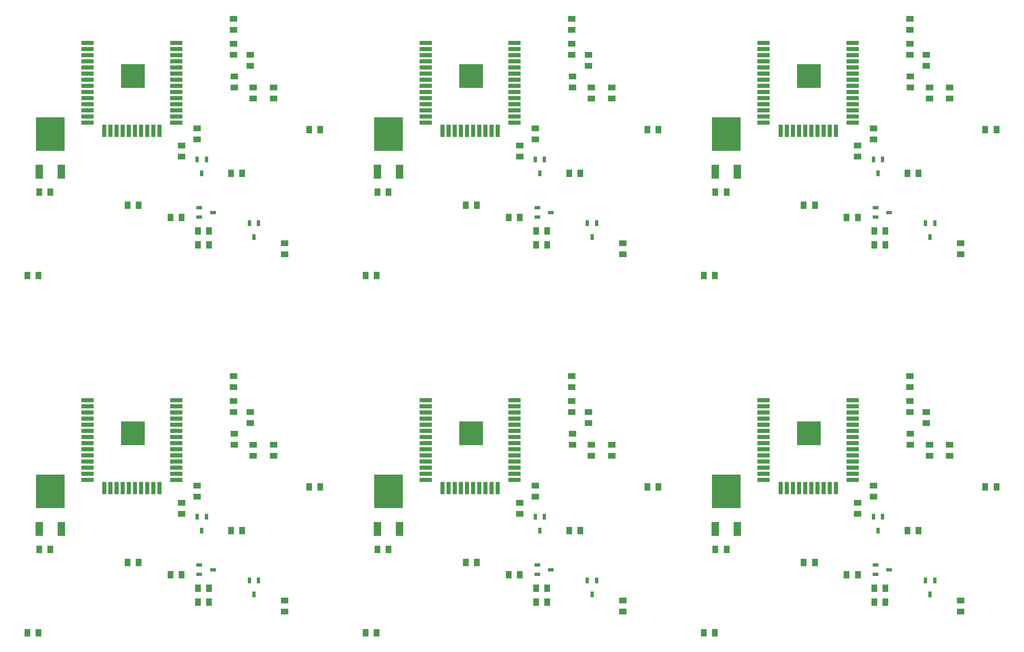
<source format=gbp>
G04 Layer_Color=128*
%FSLAX25Y25*%
%MOIN*%
G70*
G01*
G75*
%ADD23R,0.05905X0.05118*%
%ADD24R,0.05118X0.05905*%
%ADD25R,0.19685X0.19685*%
%ADD26R,0.03543X0.09842*%
%ADD27R,0.09842X0.03543*%
%ADD28R,0.03150X0.04724*%
%ADD29R,0.04724X0.03150*%
%ADD30R,0.06299X0.11811*%
%ADD31R,0.23622X0.27559*%
D23*
X455886Y594776D02*
D03*
Y585720D02*
D03*
X468886Y603221D02*
D03*
Y612276D02*
D03*
X455386Y641776D02*
D03*
Y632721D02*
D03*
Y621276D02*
D03*
Y612220D02*
D03*
X425646Y552303D02*
D03*
Y543248D02*
D03*
X496886Y458776D02*
D03*
Y449720D02*
D03*
X471386Y585776D02*
D03*
Y576721D02*
D03*
X487886D02*
D03*
Y585776D02*
D03*
X412886Y538276D02*
D03*
Y529220D02*
D03*
X731476Y594776D02*
D03*
Y585720D02*
D03*
X744476Y603221D02*
D03*
Y612276D02*
D03*
X730976Y641776D02*
D03*
Y632721D02*
D03*
Y621276D02*
D03*
Y612220D02*
D03*
X701236Y552303D02*
D03*
Y543248D02*
D03*
X772476Y458776D02*
D03*
Y449720D02*
D03*
X746976Y585776D02*
D03*
Y576721D02*
D03*
X763476D02*
D03*
Y585776D02*
D03*
X688476Y538276D02*
D03*
Y529220D02*
D03*
X1007067Y594776D02*
D03*
Y585720D02*
D03*
X1020067Y603221D02*
D03*
Y612276D02*
D03*
X1006567Y641776D02*
D03*
Y632721D02*
D03*
Y621276D02*
D03*
Y612220D02*
D03*
X976827Y552303D02*
D03*
Y543248D02*
D03*
X1048067Y458776D02*
D03*
Y449720D02*
D03*
X1022567Y585776D02*
D03*
Y576721D02*
D03*
X1039067D02*
D03*
Y585776D02*
D03*
X964067Y538276D02*
D03*
Y529220D02*
D03*
X455886Y886114D02*
D03*
Y877059D02*
D03*
X468886Y894559D02*
D03*
Y903614D02*
D03*
X455386Y933114D02*
D03*
Y924059D02*
D03*
Y912614D02*
D03*
Y903559D02*
D03*
X425646Y843642D02*
D03*
Y834587D02*
D03*
X496886Y750114D02*
D03*
Y741059D02*
D03*
X471386Y877114D02*
D03*
Y868059D02*
D03*
X487886D02*
D03*
Y877114D02*
D03*
X412886Y829614D02*
D03*
Y820559D02*
D03*
X731476Y886114D02*
D03*
Y877059D02*
D03*
X744476Y894559D02*
D03*
Y903614D02*
D03*
X730976Y933114D02*
D03*
Y924059D02*
D03*
Y912614D02*
D03*
Y903559D02*
D03*
X701236Y843642D02*
D03*
Y834587D02*
D03*
X772476Y750114D02*
D03*
Y741059D02*
D03*
X746976Y877114D02*
D03*
Y868059D02*
D03*
X763476D02*
D03*
Y877114D02*
D03*
X688476Y829614D02*
D03*
Y820559D02*
D03*
X1007067Y886114D02*
D03*
Y877059D02*
D03*
X1020067Y894559D02*
D03*
Y903614D02*
D03*
X1006567Y933114D02*
D03*
Y924059D02*
D03*
Y912614D02*
D03*
Y903559D02*
D03*
X976827Y843642D02*
D03*
Y834587D02*
D03*
X1048067Y750114D02*
D03*
Y741059D02*
D03*
X1022567Y877114D02*
D03*
Y868059D02*
D03*
X1039067D02*
D03*
Y877114D02*
D03*
X964067Y829614D02*
D03*
Y820559D02*
D03*
D24*
X305913Y500248D02*
D03*
X296858D02*
D03*
X287358Y432248D02*
D03*
X296413D02*
D03*
X368858Y489748D02*
D03*
X377913D02*
D03*
X516858Y551248D02*
D03*
X525913D02*
D03*
X453358Y515748D02*
D03*
X462413D02*
D03*
X435413Y468748D02*
D03*
X426358D02*
D03*
X412913Y479748D02*
D03*
X403858D02*
D03*
X426358Y457248D02*
D03*
X435413D02*
D03*
X581504Y500248D02*
D03*
X572449D02*
D03*
X562949Y432248D02*
D03*
X572004D02*
D03*
X644449Y489748D02*
D03*
X653504D02*
D03*
X792449Y551248D02*
D03*
X801504D02*
D03*
X728949Y515748D02*
D03*
X738004D02*
D03*
X711004Y468748D02*
D03*
X701949D02*
D03*
X688504Y479748D02*
D03*
X679449D02*
D03*
X701949Y457248D02*
D03*
X711004D02*
D03*
X857094Y500248D02*
D03*
X848039D02*
D03*
X838539Y432248D02*
D03*
X847595D02*
D03*
X920039Y489748D02*
D03*
X929095D02*
D03*
X1068039Y551248D02*
D03*
X1077094D02*
D03*
X1004539Y515748D02*
D03*
X1013595D02*
D03*
X986594Y468748D02*
D03*
X977539D02*
D03*
X964095Y479748D02*
D03*
X955039D02*
D03*
X977539Y457248D02*
D03*
X986594D02*
D03*
X305913Y791587D02*
D03*
X296858D02*
D03*
X287358Y723587D02*
D03*
X296413D02*
D03*
X368858Y781087D02*
D03*
X377913D02*
D03*
X516858Y842587D02*
D03*
X525913D02*
D03*
X453358Y807087D02*
D03*
X462413D02*
D03*
X435413Y760087D02*
D03*
X426358D02*
D03*
X412913Y771087D02*
D03*
X403858D02*
D03*
X426358Y748587D02*
D03*
X435413D02*
D03*
X581504Y791587D02*
D03*
X572449D02*
D03*
X562949Y723587D02*
D03*
X572004D02*
D03*
X644449Y781087D02*
D03*
X653504D02*
D03*
X792449Y842587D02*
D03*
X801504D02*
D03*
X728949Y807087D02*
D03*
X738004D02*
D03*
X711004Y760087D02*
D03*
X701949D02*
D03*
X688504Y771087D02*
D03*
X679449D02*
D03*
X701949Y748587D02*
D03*
X711004D02*
D03*
X857094Y791587D02*
D03*
X848039D02*
D03*
X838539Y723587D02*
D03*
X847595D02*
D03*
X920039Y781087D02*
D03*
X929095D02*
D03*
X1068039Y842587D02*
D03*
X1077094D02*
D03*
X1004539Y807087D02*
D03*
X1013595D02*
D03*
X986594Y760087D02*
D03*
X977539D02*
D03*
X964095Y771087D02*
D03*
X955039D02*
D03*
X977539Y748587D02*
D03*
X986594D02*
D03*
D25*
X373228Y594882D02*
D03*
X648819D02*
D03*
X924409D02*
D03*
X373228Y886220D02*
D03*
X648819D02*
D03*
X924409D02*
D03*
D26*
X389921Y550433D02*
D03*
X394921D02*
D03*
X369921Y550394D02*
D03*
X374921D02*
D03*
X379921D02*
D03*
X384921D02*
D03*
X364921D02*
D03*
X359921D02*
D03*
X354921D02*
D03*
X349921D02*
D03*
X665512Y550433D02*
D03*
X670512D02*
D03*
X645512Y550394D02*
D03*
X650512D02*
D03*
X655512D02*
D03*
X660512D02*
D03*
X640512D02*
D03*
X635512D02*
D03*
X630512D02*
D03*
X625512D02*
D03*
X941102Y550433D02*
D03*
X946102D02*
D03*
X921102Y550394D02*
D03*
X926102D02*
D03*
X931102D02*
D03*
X936102D02*
D03*
X916102D02*
D03*
X911102D02*
D03*
X906102D02*
D03*
X901102D02*
D03*
X389921Y841772D02*
D03*
X394921D02*
D03*
X369921Y841732D02*
D03*
X374921D02*
D03*
X379921D02*
D03*
X384921D02*
D03*
X364921D02*
D03*
X359921D02*
D03*
X354921D02*
D03*
X349921D02*
D03*
X665512Y841772D02*
D03*
X670512D02*
D03*
X645512Y841732D02*
D03*
X650512D02*
D03*
X655512D02*
D03*
X660512D02*
D03*
X640512D02*
D03*
X635512D02*
D03*
X630512D02*
D03*
X625512D02*
D03*
X941102Y841772D02*
D03*
X946102D02*
D03*
X921102Y841732D02*
D03*
X926102D02*
D03*
X931102D02*
D03*
X936102D02*
D03*
X916102D02*
D03*
X911102D02*
D03*
X906102D02*
D03*
X901102D02*
D03*
D27*
X408622Y622087D02*
D03*
Y617087D02*
D03*
Y612087D02*
D03*
Y607087D02*
D03*
Y587087D02*
D03*
Y592087D02*
D03*
Y597087D02*
D03*
Y602087D02*
D03*
X408661Y562087D02*
D03*
Y557087D02*
D03*
Y567087D02*
D03*
Y572087D02*
D03*
Y577087D02*
D03*
Y582087D02*
D03*
X336221D02*
D03*
Y577087D02*
D03*
Y572087D02*
D03*
Y567087D02*
D03*
Y557087D02*
D03*
Y562087D02*
D03*
X336181Y602087D02*
D03*
Y597087D02*
D03*
Y592087D02*
D03*
Y587087D02*
D03*
Y607087D02*
D03*
Y612087D02*
D03*
Y617087D02*
D03*
Y622087D02*
D03*
X684213D02*
D03*
Y617087D02*
D03*
Y612087D02*
D03*
Y607087D02*
D03*
Y587087D02*
D03*
Y592087D02*
D03*
Y597087D02*
D03*
Y602087D02*
D03*
X684252Y562087D02*
D03*
Y557087D02*
D03*
Y567087D02*
D03*
Y572087D02*
D03*
Y577087D02*
D03*
Y582087D02*
D03*
X611811D02*
D03*
Y577087D02*
D03*
Y572087D02*
D03*
Y567087D02*
D03*
Y557087D02*
D03*
Y562087D02*
D03*
X611772Y602087D02*
D03*
Y597087D02*
D03*
Y592087D02*
D03*
Y587087D02*
D03*
Y607087D02*
D03*
Y612087D02*
D03*
Y617087D02*
D03*
Y622087D02*
D03*
X959803D02*
D03*
Y617087D02*
D03*
Y612087D02*
D03*
Y607087D02*
D03*
Y587087D02*
D03*
Y592087D02*
D03*
Y597087D02*
D03*
Y602087D02*
D03*
X959842Y562087D02*
D03*
Y557087D02*
D03*
Y567087D02*
D03*
Y572087D02*
D03*
Y577087D02*
D03*
Y582087D02*
D03*
X887402D02*
D03*
Y577087D02*
D03*
Y572087D02*
D03*
Y567087D02*
D03*
Y557087D02*
D03*
Y562087D02*
D03*
X887362Y602087D02*
D03*
Y597087D02*
D03*
Y592087D02*
D03*
Y587087D02*
D03*
Y607087D02*
D03*
Y612087D02*
D03*
Y617087D02*
D03*
Y622087D02*
D03*
X408622Y913425D02*
D03*
Y908425D02*
D03*
Y903425D02*
D03*
Y898425D02*
D03*
Y878425D02*
D03*
Y883425D02*
D03*
Y888425D02*
D03*
Y893425D02*
D03*
X408661Y853425D02*
D03*
Y848425D02*
D03*
Y858425D02*
D03*
Y863425D02*
D03*
Y868425D02*
D03*
Y873425D02*
D03*
X336221D02*
D03*
Y868425D02*
D03*
Y863425D02*
D03*
Y858425D02*
D03*
Y848425D02*
D03*
Y853425D02*
D03*
X336181Y893425D02*
D03*
Y888425D02*
D03*
Y883425D02*
D03*
Y878425D02*
D03*
Y898425D02*
D03*
Y903425D02*
D03*
Y908425D02*
D03*
Y913425D02*
D03*
X684213D02*
D03*
Y908425D02*
D03*
Y903425D02*
D03*
Y898425D02*
D03*
Y878425D02*
D03*
Y883425D02*
D03*
Y888425D02*
D03*
Y893425D02*
D03*
X684252Y853425D02*
D03*
Y848425D02*
D03*
Y858425D02*
D03*
Y863425D02*
D03*
Y868425D02*
D03*
Y873425D02*
D03*
X611811D02*
D03*
Y868425D02*
D03*
Y863425D02*
D03*
Y858425D02*
D03*
Y848425D02*
D03*
Y853425D02*
D03*
X611772Y893425D02*
D03*
Y888425D02*
D03*
Y883425D02*
D03*
Y878425D02*
D03*
Y898425D02*
D03*
Y903425D02*
D03*
Y908425D02*
D03*
Y913425D02*
D03*
X959803D02*
D03*
Y908425D02*
D03*
Y903425D02*
D03*
Y898425D02*
D03*
Y878425D02*
D03*
Y883425D02*
D03*
Y888425D02*
D03*
Y893425D02*
D03*
X959842Y853425D02*
D03*
Y848425D02*
D03*
Y858425D02*
D03*
Y863425D02*
D03*
Y868425D02*
D03*
Y873425D02*
D03*
X887402D02*
D03*
Y868425D02*
D03*
Y863425D02*
D03*
Y858425D02*
D03*
Y848425D02*
D03*
Y853425D02*
D03*
X887362Y893425D02*
D03*
Y888425D02*
D03*
Y883425D02*
D03*
Y878425D02*
D03*
Y898425D02*
D03*
Y903425D02*
D03*
Y908425D02*
D03*
Y913425D02*
D03*
D28*
X468146Y474858D02*
D03*
X475626D02*
D03*
X471886Y463638D02*
D03*
X425646Y526858D02*
D03*
X433126D02*
D03*
X429386Y515638D02*
D03*
X743736Y474858D02*
D03*
X751217D02*
D03*
X747476Y463638D02*
D03*
X701236Y526858D02*
D03*
X708716D02*
D03*
X704976Y515638D02*
D03*
X1019327Y474858D02*
D03*
X1026807D02*
D03*
X1023067Y463638D02*
D03*
X976827Y526858D02*
D03*
X984307D02*
D03*
X980567Y515638D02*
D03*
X468146Y766197D02*
D03*
X475626D02*
D03*
X471886Y754976D02*
D03*
X425646Y818197D02*
D03*
X433126D02*
D03*
X429386Y806976D02*
D03*
X743736Y766197D02*
D03*
X751217D02*
D03*
X747476Y754976D02*
D03*
X701236Y818197D02*
D03*
X708716D02*
D03*
X704976Y806976D02*
D03*
X1019327Y766197D02*
D03*
X1026807D02*
D03*
X1023067Y754976D02*
D03*
X976827Y818197D02*
D03*
X984307D02*
D03*
X980567Y806976D02*
D03*
D29*
X427276Y480008D02*
D03*
Y487488D02*
D03*
X438496Y483748D02*
D03*
X702866Y480008D02*
D03*
Y487488D02*
D03*
X714087Y483748D02*
D03*
X978457Y480008D02*
D03*
Y487488D02*
D03*
X989677Y483748D02*
D03*
X427276Y771347D02*
D03*
Y778827D02*
D03*
X438496Y775087D02*
D03*
X702866Y771347D02*
D03*
Y778827D02*
D03*
X714087Y775087D02*
D03*
X978457Y771347D02*
D03*
Y778827D02*
D03*
X989677Y775087D02*
D03*
D30*
X314882Y517063D02*
D03*
X296890D02*
D03*
X590472D02*
D03*
X572480D02*
D03*
X866063D02*
D03*
X848071D02*
D03*
X314882Y808402D02*
D03*
X296890D02*
D03*
X590472D02*
D03*
X572480D02*
D03*
X866063D02*
D03*
X848071D02*
D03*
D31*
X305886Y547748D02*
D03*
X581476D02*
D03*
X857067D02*
D03*
X305886Y839087D02*
D03*
X581476D02*
D03*
X857067D02*
D03*
M02*

</source>
